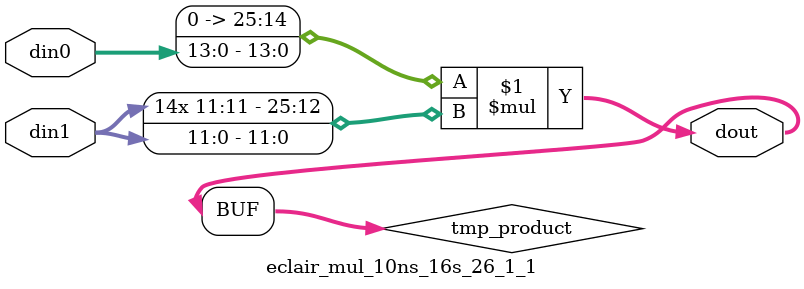
<source format=v>

`timescale 1 ns / 1 ps

 module eclair_mul_10ns_16s_26_1_1(din0, din1, dout);
parameter ID = 1;
parameter NUM_STAGE = 0;
parameter din0_WIDTH = 14;
parameter din1_WIDTH = 12;
parameter dout_WIDTH = 26;

input [din0_WIDTH - 1 : 0] din0; 
input [din1_WIDTH - 1 : 0] din1; 
output [dout_WIDTH - 1 : 0] dout;

wire signed [dout_WIDTH - 1 : 0] tmp_product;

























assign tmp_product = $signed({1'b0, din0}) * $signed(din1);










assign dout = tmp_product;





















endmodule

</source>
